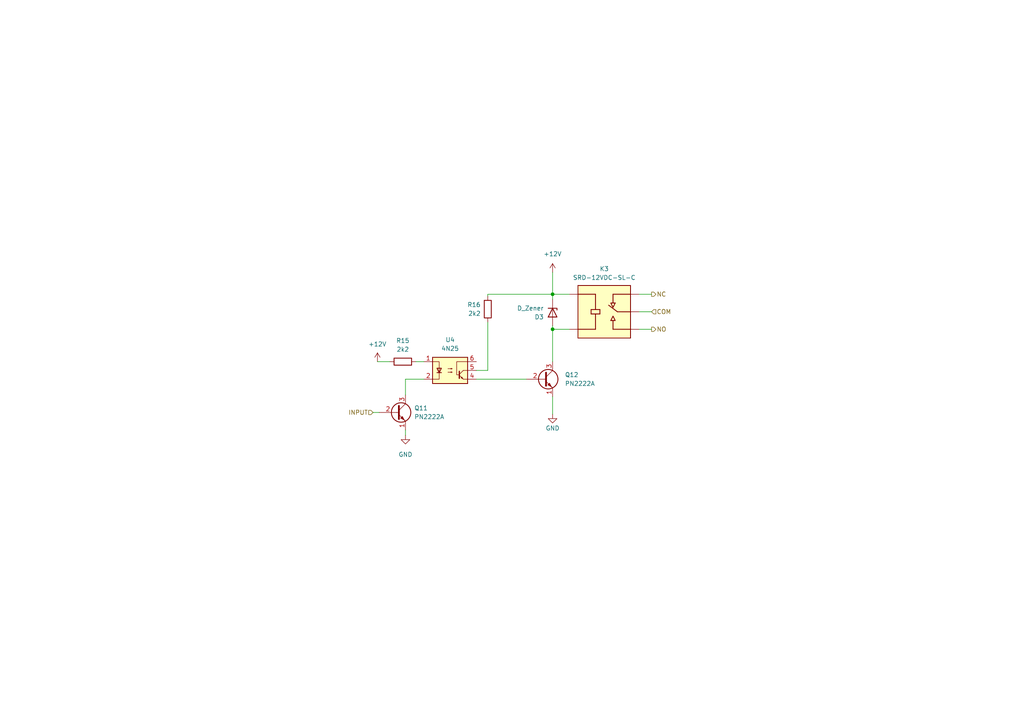
<source format=kicad_sch>
(kicad_sch (version 20211123) (generator eeschema)
  (paper "A4")
  (lib_symbols
    (symbol "Device:D_Zener" (pin_numbers hide) (pin_names (offset 1.016) hide)
      (property "Reference" "D" (at 0 2.54 0))
      (property "Value" "D_Zener" (at 0 -2.54 0))
      (symbol "D_Zener_0_1"
        (polyline (pts (xy 1.27 0) (xy -1.27 0)))
        (polyline (pts (xy -1.27 -1.27) (xy -1.27 1.27) (xy -0.762 1.27)) (stroke (width 0.254)))
        (polyline (pts (xy 1.27 -1.27) (xy 1.27 1.27) (xy -1.27 0) (xy 1.27 -1.27)) (stroke (width 0.254)))
      )
      (symbol "D_Zener_1_1"
        (pin passive line (at -3.81 0 0) (length 2.54) (name "K") (number "1"))
        (pin passive line (at 3.81 0 180) (length 2.54) (name "A") (number "2"))
      )
    )
    (symbol "Device:R" (pin_numbers hide) (pin_names (offset 0))
      (property "Reference" "R" (at 2.032 0 90))
      (property "Value" "R" (at 0 0 90))
      (symbol "R_0_1"
        (rectangle (start -1.016 -2.54) (end 1.016 2.54) (stroke (width 0.254)))
      )
      (symbol "R_1_1"
        (pin passive line (at 0 3.81 270) (length 1.27) (name "~") (number "1"))
        (pin passive line (at 0 -3.81 90) (length 1.27) (name "~") (number "2"))
      )
    )
    (symbol "Isolator:4N25" (pin_names (offset 1.016))
      (property "Reference" "U" (at -5.08 5.08 0))
      (property "Value" "4N25" (at 0 5.08 0))
      (symbol "4N25_0_1"
        (rectangle (start -5.08 3.81) (end 5.08 -3.81) (stroke (width 0.254)) (fill (type background)))
        (polyline (pts (xy -3.81 -0.635) (xy -2.54 -0.635)) (stroke (width 0.254)))
        (polyline (pts (xy 2.667 -1.397) (xy 3.81 -2.54)))
        (polyline (pts (xy 2.667 -1.143) (xy 3.81 0)))
        (polyline (pts (xy 3.81 -2.54) (xy 5.08 -2.54)))
        (polyline (pts (xy 3.81 0) (xy 5.08 0)))
        (polyline (pts (xy 2.667 -0.254) (xy 2.667 -2.286) (xy 2.667 -2.286)) (stroke (width 0.3556)))
        (polyline (pts (xy -5.08 -2.54) (xy -3.175 -2.54) (xy -3.175 2.54) (xy -5.08 2.54)))
        (polyline (pts (xy -3.175 -0.635) (xy -3.81 0.635) (xy -2.54 0.635) (xy -3.175 -0.635)) (stroke (width 0.254)))
        (polyline (pts (xy 3.683 -2.413) (xy 3.429 -1.905) (xy 3.175 -2.159) (xy 3.683 -2.413)))
        (polyline (pts (xy 5.08 2.54) (xy 1.905 2.54) (xy 1.905 -1.27) (xy 2.54 -1.27)))
        (polyline (pts (xy -0.635 -0.508) (xy 0.635 -0.508) (xy 0.254 -0.635) (xy 0.254 -0.381) (xy 0.635 -0.508)))
        (polyline (pts (xy -0.635 0.508) (xy 0.635 0.508) (xy 0.254 0.381) (xy 0.254 0.635) (xy 0.635 0.508)))
      )
      (symbol "4N25_1_1"
        (pin passive line (at -7.62 2.54 0) (length 2.54) (name "~") (number "1"))
        (pin passive line (at -7.62 -2.54 0) (length 2.54) (name "~") (number "2"))
        (pin no_connect line (at -5.08 0 0) (length 2.54) hide (name "NC") (number "3"))
        (pin passive line (at 7.62 -2.54 180) (length 2.54) (name "~") (number "4"))
        (pin passive line (at 7.62 0 180) (length 2.54) (name "~") (number "5"))
        (pin passive line (at 7.62 2.54 180) (length 2.54) (name "~") (number "6"))
      )
    )
    (symbol "SRD-12VDC-SL-C:SRD-12VDC-SL-C" (pin_numbers hide) (pin_names (offset 1.016) hide)
      (property "Reference" "K" (at -7.62 8.89 0))
      (property "Value" "SRD-12VDC-SL-C" (at -7.62 -10.16 0))
      (symbol "SRD-12VDC-SL-C_0_0"
        (rectangle (start -7.62 -7.62) (end 7.62 7.62) (stroke (width 0.254)) (fill (type background)))
        (polyline (pts (xy -7.62 -5.08) (xy -2.54 -5.08)) (stroke (width 0.254)))
        (polyline (pts (xy -7.62 5.08) (xy -2.54 5.08)) (stroke (width 0.254)))
        (polyline (pts (xy -3.81 -0.635) (xy -3.81 0.635)) (stroke (width 0.254)))
        (polyline (pts (xy -3.81 0.635) (xy -2.54 0.635)) (stroke (width 0.254)))
        (polyline (pts (xy -2.54 -0.635) (xy -3.81 -0.635)) (stroke (width 0.254)))
        (polyline (pts (xy -2.54 -0.635) (xy -2.54 -5.08)) (stroke (width 0.254)))
        (polyline (pts (xy -2.54 0.635) (xy -1.27 0.635)) (stroke (width 0.254)))
        (polyline (pts (xy -2.54 5.08) (xy -2.54 0.635)) (stroke (width 0.254)))
        (polyline (pts (xy -1.27 -0.635) (xy -2.54 -0.635)) (stroke (width 0.254)))
        (polyline (pts (xy -1.27 0.635) (xy -1.27 -0.635)) (stroke (width 0.254)))
        (polyline (pts (xy 2.54 -5.08) (xy 2.54 -2.54)) (stroke (width 0.254)))
        (polyline (pts (xy 2.54 5.08) (xy 2.54 2.54)) (stroke (width 0.254)))
        (polyline (pts (xy 2.54 5.08) (xy 7.62 5.08)) (stroke (width 0.254)))
        (polyline (pts (xy 3.81 0) (xy 1.27 1.905)) (stroke (width 0.254)))
        (polyline (pts (xy 7.62 -5.08) (xy 2.54 -5.08)) (stroke (width 0.254)))
        (polyline (pts (xy 7.62 0) (xy 3.81 0)) (stroke (width 0.254)))
        (polyline (pts (xy 1.905 -2.54) (xy 3.175 -2.54) (xy 2.54 -1.27) (xy 1.905 -2.54)) (stroke (width 0.254)) (fill (type background)))
        (polyline (pts (xy 3.175 2.54) (xy 1.905 2.54) (xy 2.54 1.27) (xy 3.175 2.54)) (stroke (width 0.254)) (fill (type background)))
        (pin passive line (at -10.16 5.08 0) (length 5.08) (name "~") (number "COIL1"))
        (pin passive line (at -10.16 -5.08 0) (length 5.08) (name "~") (number "COIL2"))
        (pin passive line (at 10.16 0 180) (length 5.08) (name "~") (number "COM"))
        (pin passive line (at 10.16 5.08 180) (length 5.08) (name "~") (number "NC"))
        (pin passive line (at 10.16 -5.08 180) (length 5.08) (name "~") (number "NO"))
      )
    )
    (symbol "Transistor_BJT:PN2222A" (pin_names (offset 0) hide)
      (property "Reference" "Q" (at 5.08 1.905 0))
      (property "Value" "PN2222A" (at 5.08 0 0))
      (symbol "PN2222A_0_1"
        (polyline (pts (xy 0 0) (xy 0.635 0)))
        (polyline (pts (xy 2.54 -2.54) (xy 0.635 -0.635)))
        (polyline (pts (xy 2.54 2.54) (xy 0.635 0.635)))
        (polyline (pts (xy 0.635 1.905) (xy 0.635 -1.905) (xy 0.635 -1.905)) (stroke (width 0.508)))
        (polyline (pts (xy 2.413 -2.413) (xy 1.905 -1.905) (xy 1.905 -1.905)))
        (polyline (pts (xy 1.143 -1.651) (xy 1.651 -1.143) (xy 2.159 -2.159) (xy 1.143 -1.651) (xy 1.143 -1.651)) (fill (type outline)))
        (circle (center 1.27 0) (radius 2.8194) (stroke (width 0.254)))
      )
      (symbol "PN2222A_1_1"
        (pin passive line (at 2.54 -5.08 90) (length 2.54) (name "E") (number "1"))
        (pin input line (at -5.08 0 0) (length 5.08) (name "B") (number "2"))
        (pin passive line (at 2.54 5.08 270) (length 2.54) (name "C") (number "3"))
      )
    )
    (symbol "power:+12V" (power) (pin_names (offset 0))
      (property "Value" "+12V" (at 0 3.556 0))
      (symbol "+12V_0_1"
        (polyline (pts (xy -0.762 1.27) (xy 0 2.54)))
        (polyline (pts (xy 0 0) (xy 0 2.54)))
        (polyline (pts (xy 0 2.54) (xy 0.762 1.27)))
      )
      (symbol "+12V_1_1"
        (pin power_in line (at 0 0 90) (length 0) hide (name "+12V") (number "1"))
      )
    )
    (symbol "power:GND" (power) (pin_names (offset 0))
      (property "Value" "GND" (at 0 -3.81 0))
      (symbol "GND_0_1"
        (polyline (pts (xy 0 0) (xy 0 -1.27) (xy 1.27 -1.27) (xy 0 -2.54) (xy -1.27 -1.27) (xy 0 -1.27)))
      )
      (symbol "GND_1_1"
        (pin power_in line (at 0 0 270) (length 0) hide (name "GND") (number "1"))
      )
    )
  )
  (junction (at 160.274 85.344))
  (junction (at 160.274 95.504))
  (wire (pts (xy 108.204 119.634) (xy 109.982 119.634)))
  (wire (pts (xy 165.1 95.504) (xy 160.274 95.504)))
  (wire (pts (xy 141.478 85.344) (xy 160.274 85.344)))
  (wire (pts (xy 160.274 78.994) (xy 160.274 85.344)))
  (wire (pts (xy 138.176 109.982) (xy 152.654 109.982)))
  (wire (pts (xy 141.478 93.472) (xy 141.478 107.442)))
  (wire (pts (xy 185.42 85.344) (xy 188.976 85.344)))
  (wire (pts (xy 120.65 104.902) (xy 122.936 104.902)))
  (wire (pts (xy 165.1 85.344) (xy 160.274 85.344)))
  (wire (pts (xy 185.42 90.424) (xy 188.976 90.424)))
  (wire (pts (xy 160.274 85.344) (xy 160.274 86.868)))
  (wire (pts (xy 141.478 85.852) (xy 141.478 85.344)))
  (wire (pts (xy 109.474 104.902) (xy 113.03 104.902)))
  (wire (pts (xy 117.602 109.982) (xy 122.936 109.982)))
  (wire (pts (xy 141.478 107.442) (xy 138.176 107.442)))
  (wire (pts (xy 160.274 115.062) (xy 160.274 120.142)))
  (wire (pts (xy 117.602 109.982) (xy 117.602 114.554)))
  (wire (pts (xy 160.274 95.504) (xy 160.274 104.902)))
  (wire (pts (xy 117.602 124.714) (xy 117.602 126.238)))
  (wire (pts (xy 185.42 95.504) (xy 188.976 95.504)))
  (wire (pts (xy 160.274 94.488) (xy 160.274 95.504)))
  (hierarchical_label "INPUT" (shape input) (at 108.204 119.634 180))
  (hierarchical_label "NC" (shape output) (at 188.976 85.344 0))
  (hierarchical_label "COM" (shape input) (at 188.976 90.424 0))
  (hierarchical_label "NO" (shape output) (at 188.976 95.504 0))
  (symbol (lib_id "Device:R") (at 141.478 89.662 0) (mirror x)
    (property "Reference" "R16" (at 139.446 88.3919 0) (effects (justify right)))
    (property "Value" "2k2" (at 139.446 90.9319 0) (effects (justify right)))
  )
  (symbol (lib_id "power:GND") (at 117.602 126.238 0)
    (property "Reference" "#PWR0132" (effects hide))
    (property "Value" "GND" (at 117.602 131.826 0))
  )
  (symbol (lib_id "Transistor_BJT:PN2222A") (at 157.734 109.982 0)
    (property "Reference" "Q12" (at 163.83 108.7119 0) (effects (justify left)))
    (property "Value" "PN2222A" (at 163.83 111.2519 0) (effects (justify left)))
    (property "Footprint" "Package_TO_SOT_THT:TO-92_Inline" (effects hide))
    (property "Datasheet" "https://www.onsemi.com/pub/Collateral/PN2222-D.PDF" (effects hide))
  )
  (symbol (lib_id "SRD-12VDC-SL-C:SRD-12VDC-SL-C") (at 175.26 90.424 0)
    (property "Reference" "K3" (at 175.26 77.978 0))
    (property "Value" "SRD-12VDC-SL-C" (at 175.26 80.518 0))
    (property "Footprint" "RELAY_SRD-12VDC-SL-C" (effects hide))
    (property "PARTREV" "1.0" (effects hide))
    (property "MANUFACTURER" "Songle Relay" (effects hide))
    (property "MAXIMUM_PACKAGE_HEIGHT" "15.8 mm" (effects hide))
    (property "STANDARD" "IPC 7351B" (effects hide))
  )
  (symbol (lib_id "Isolator:4N25") (at 130.556 107.442 0)
    (property "Reference" "U4" (at 130.556 98.552 0))
    (property "Value" "4N25" (at 130.556 101.092 0))
    (property "Footprint" "Package_DIP:DIP-6_W7.62mm" (effects hide))
    (property "Datasheet" "https://www.vishay.com/docs/83725/4n25.pdf" (effects hide))
  )
  (symbol (lib_id "power:GND") (at 160.274 120.142 0)
    (property "Reference" "#PWR0134" (effects hide))
    (property "Value" "GND" (at 160.274 124.206 0))
  )
  (symbol (lib_id "Device:D_Zener") (at 160.274 90.678 270)
    (property "Reference" "D3" (at 157.734 91.9481 90) (effects (justify right)))
    (property "Value" "D_Zener" (at 157.734 89.4081 90) (effects (justify right)))
  )
  (symbol (lib_id "power:+12V") (at 109.474 104.902 0)
    (property "Reference" "#PWR0135" (effects hide))
    (property "Value" "+12V" (at 109.474 99.822 0))
  )
  (symbol (lib_id "Transistor_BJT:PN2222A") (at 115.062 119.634 0)
    (property "Reference" "Q11" (at 120.142 118.3639 0) (effects (justify left)))
    (property "Value" "PN2222A" (at 120.142 120.9039 0) (effects (justify left)))
    (property "Footprint" "Package_TO_SOT_THT:TO-92_Inline" (effects hide))
    (property "Datasheet" "https://www.onsemi.com/pub/Collateral/PN2222-D.PDF" (effects hide))
  )
  (symbol (lib_id "power:+12V") (at 160.274 78.994 0)
    (property "Reference" "#PWR0133" (effects hide))
    (property "Value" "+12V" (at 160.274 73.66 0))
  )
  (symbol (lib_id "Device:R") (at 116.84 104.902 90)
    (property "Reference" "R15" (at 116.84 98.806 90))
    (property "Value" "2k2" (at 116.84 101.346 90))
  )
)
</source>
